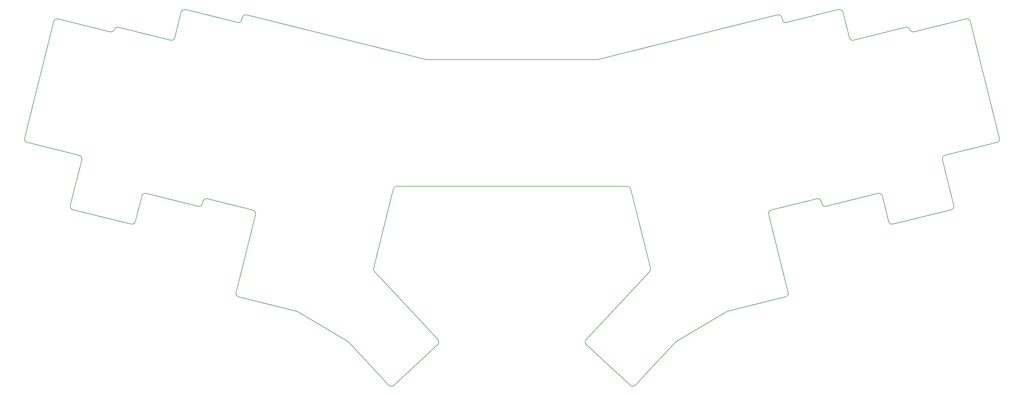
<source format=gm1>
G04 #@! TF.GenerationSoftware,KiCad,Pcbnew,8.0.4*
G04 #@! TF.CreationDate,2024-10-20T10:13:09+02:00*
G04 #@! TF.ProjectId,fairyboard,66616972-7962-46f6-9172-642e6b696361,1*
G04 #@! TF.SameCoordinates,Original*
G04 #@! TF.FileFunction,Profile,NP*
%FSLAX46Y46*%
G04 Gerber Fmt 4.6, Leading zero omitted, Abs format (unit mm)*
G04 Created by KiCad (PCBNEW 8.0.4) date 2024-10-20 10:13:09*
%MOMM*%
%LPD*%
G01*
G04 APERTURE LIST*
G04 #@! TA.AperFunction,Profile*
%ADD10C,0.150000*%
G04 #@! TD*
G04 APERTURE END LIST*
D10*
X76890539Y-146674264D02*
X73310104Y-161034626D01*
X125661469Y-103593321D02*
X109360511Y-99529032D01*
X68131814Y-103265915D02*
G75*
G02*
X69465253Y-102464681I1067386J-266185D01*
G01*
X317444851Y-108383687D02*
X315436892Y-100330247D01*
X294942087Y-101214671D02*
G75*
G02*
X296275529Y-102015886I266113J-1067329D01*
G01*
X250322818Y-217491602D02*
G75*
G02*
X248768095Y-217545922I-804518J750102D01*
G01*
X168608680Y-181839258D02*
G75*
G02*
X168345840Y-180822946I804320J750158D01*
G01*
X318778280Y-109184924D02*
G75*
G02*
X317444806Y-108383698I-266080J1067424D01*
G01*
X174575296Y-155837946D02*
G75*
G02*
X175642621Y-155004090I1067404J-266254D01*
G01*
X106019101Y-108383693D02*
G75*
G02*
X104685652Y-109184987I-1067501J266293D01*
G01*
X247821353Y-155004059D02*
G75*
G02*
X248888625Y-155837953I147J-1099741D01*
G01*
X168608680Y-181839258D02*
X188499584Y-203169634D01*
X108027060Y-100330236D02*
G75*
G02*
X109360508Y-99529046I1067340J-266164D01*
G01*
X337697756Y-106528991D02*
G75*
G02*
X336412673Y-105921843I-287056J1055991D01*
G01*
X279389565Y-194240415D02*
X297432696Y-189741752D01*
X126031274Y-189741765D02*
G75*
G02*
X125230026Y-188408309I266126J1067365D01*
G01*
X128521884Y-101214655D02*
X184570975Y-115189290D01*
X74111302Y-162368071D02*
G75*
G02*
X73310145Y-161034636I266098J1067271D01*
G01*
X296469060Y-102792109D02*
X296275527Y-102015886D01*
X184837059Y-115221945D02*
G75*
G02*
X184570975Y-115189291I-59J1099945D01*
G01*
X292113288Y-163859838D02*
G75*
G02*
X292914503Y-162526428I1067412J266038D01*
G01*
X144074417Y-194240421D02*
G75*
G02*
X144366589Y-194359951I-266217J-1067579D01*
G01*
X95694257Y-158061532D02*
G75*
G02*
X97027721Y-157260345I1067343J-266168D01*
G01*
X160459029Y-203891683D02*
X173141131Y-217491604D01*
X76089344Y-145340827D02*
G75*
G02*
X76890519Y-146674259I-266244J-1067373D01*
G01*
X188499584Y-203169634D02*
G75*
G02*
X188445259Y-204724290I-804484J-750166D01*
G01*
X247821350Y-155004058D02*
X175642621Y-155004059D01*
X263251139Y-203694109D02*
X279097360Y-194359958D01*
X234964395Y-203169624D02*
X254855287Y-181839264D01*
X353998717Y-102464705D02*
X337697756Y-106528991D01*
X335079255Y-105120611D02*
G75*
G02*
X336412637Y-105921849I266145J-1067189D01*
G01*
X364476811Y-139943079D02*
G75*
G02*
X363675586Y-141276520I-1067311J-266121D01*
G01*
X235018688Y-204724325D02*
X248768131Y-217545884D01*
X298233910Y-188408320D02*
G75*
G02*
X297432697Y-189741756I-1067210J-266180D01*
G01*
X87051274Y-105921830D02*
G75*
G02*
X88384701Y-105120607I1067426J-266270D01*
G01*
X93686314Y-166114988D02*
G75*
G02*
X92352870Y-166916203I-1067314J266088D01*
G01*
X168345849Y-180822948D02*
X174575296Y-155837946D01*
X350153855Y-161034618D02*
G75*
G02*
X349352664Y-162368084I-1067255J-266182D01*
G01*
X327769717Y-158061543D02*
X329777648Y-166114985D01*
X114662130Y-160523404D02*
X114855633Y-159747162D01*
X97027723Y-157260338D02*
X113328674Y-161324606D01*
X347374621Y-145340813D02*
X363675587Y-141276524D01*
X307274876Y-158945955D02*
G75*
G02*
X308608271Y-159747180I266124J-1067245D01*
G01*
X310135298Y-161324620D02*
X326436262Y-157260323D01*
X130549467Y-162526386D02*
G75*
G02*
X131350694Y-163859849I-266067J-1067314D01*
G01*
X126994910Y-102792113D02*
G75*
G02*
X125661479Y-103593283I-1067410J266313D01*
G01*
X297802491Y-103593317D02*
G75*
G02*
X296469015Y-102792120I-266091J1067417D01*
G01*
X93686314Y-166114988D02*
X95694261Y-158061530D01*
X108027058Y-100330248D02*
X106019101Y-108383693D01*
X125230060Y-188408317D02*
X131350690Y-163859848D01*
X59788362Y-141276527D02*
X76089341Y-145340809D01*
X126031274Y-189741765D02*
X144074417Y-194240421D01*
X263004928Y-203891698D02*
G75*
G02*
X263251140Y-203694111I804272J-750002D01*
G01*
X87051274Y-105921830D02*
G75*
G02*
X85766205Y-106528982I-997974J448730D01*
G01*
X279097360Y-194359958D02*
G75*
G02*
X279389565Y-194240416I558240J-947642D01*
G01*
X238893012Y-115189254D02*
G75*
G02*
X238626887Y-115221953I-266512J1069754D01*
G01*
X346573410Y-146674244D02*
G75*
G02*
X347374611Y-145340771I1067490J266044D01*
G01*
X308608313Y-159747169D02*
X308801848Y-160523400D01*
X184837061Y-115221945D02*
X238626887Y-115221959D01*
X335079255Y-105120611D02*
X318778286Y-109184920D01*
X114855633Y-159747162D02*
G75*
G02*
X116189053Y-158946012I1067167J-265938D01*
G01*
X314103440Y-99529050D02*
X297802487Y-103593323D01*
X85766205Y-106528984D02*
X69465926Y-102464699D01*
X116189069Y-158945947D02*
X130549467Y-162526386D01*
X235018685Y-204724328D02*
G75*
G02*
X234964363Y-203169594I750215J804528D01*
G01*
X310135298Y-161324620D02*
G75*
G02*
X308801808Y-160523410I-266098J1067420D01*
G01*
X331111099Y-166916206D02*
X349352660Y-162368069D01*
X127188447Y-102015873D02*
G75*
G02*
X128521894Y-101214614I1067253J-265927D01*
G01*
X250322818Y-217491602D02*
X263004928Y-203891698D01*
X144366591Y-194359948D02*
X160212842Y-203694100D01*
X160212842Y-203694100D02*
G75*
G02*
X160459025Y-203891687I-557842J-947200D01*
G01*
X350153853Y-161034620D02*
X346573410Y-146674243D01*
X353998717Y-102464705D02*
G75*
G02*
X355332096Y-103265921I266083J-1067295D01*
G01*
X74111308Y-162368075D02*
X92352871Y-166916198D01*
X292113289Y-163859838D02*
X298233910Y-188408320D01*
X292914498Y-162526407D02*
X307274874Y-158945953D01*
X248888655Y-155837946D02*
X255118117Y-180822953D01*
X104685669Y-109184920D02*
X88384700Y-105120612D01*
X238893009Y-115189256D02*
X294942086Y-101214671D01*
X58987152Y-139943076D02*
X68131814Y-103265914D01*
X114662124Y-160523401D02*
G75*
G02*
X113328671Y-161324617I-1067324J266101D01*
G01*
X326436262Y-157260323D02*
G75*
G02*
X327769698Y-158061548I266138J-1067277D01*
G01*
X59788363Y-141276529D02*
G75*
G02*
X58987238Y-139943097I266237J1067329D01*
G01*
X255118118Y-180822959D02*
G75*
G02*
X254855270Y-181839248I-1067118J-266141D01*
G01*
X355332152Y-103265907D02*
X364476811Y-139943079D01*
X314103440Y-99529050D02*
G75*
G02*
X315436878Y-100330251I266160J-1067250D01*
G01*
X174695830Y-217545889D02*
X188445283Y-204724316D01*
X174695827Y-217545888D02*
G75*
G02*
X173141117Y-217491617I-750227J804288D01*
G01*
X331111099Y-166916206D02*
G75*
G02*
X329777617Y-166114993I-266099J1067406D01*
G01*
X127188447Y-102015873D02*
X126994911Y-102792112D01*
M02*

</source>
